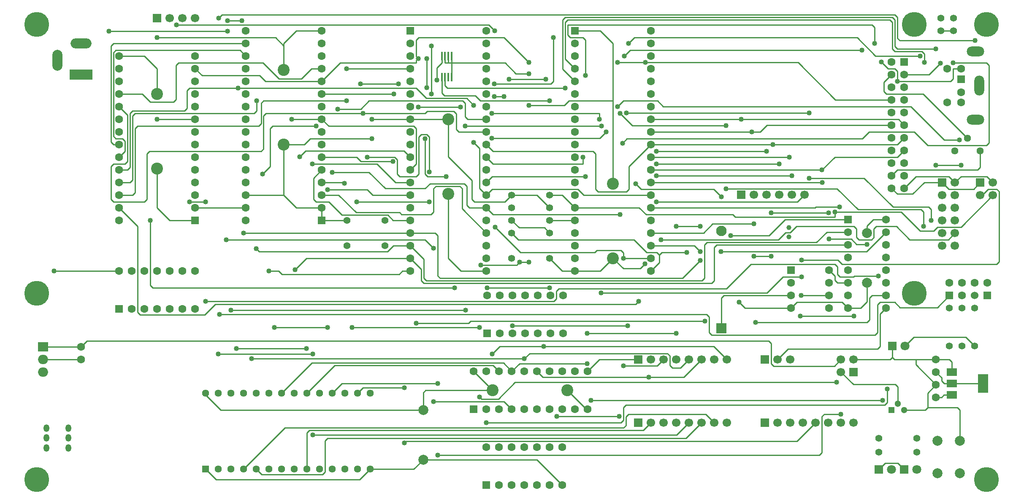
<source format=gbr>
%TF.GenerationSoftware,Novarm,DipTrace,4.3.0.4*%
%TF.CreationDate,2023-05-12T23:21:57+01:00*%
%FSLAX26Y26*%
%MOIN*%
%TF.FileFunction,Copper,L1,Top*%
%TF.Part,Single*%
%AMOUTLINE0*
4,1,28,
-0.007874,-0.028051,
-0.007874,0.028051,
-0.00774,0.02907,
-0.007347,0.03002,
-0.006721,0.030835,
-0.005906,0.031461,
-0.004956,0.031854,
-0.003937,0.031988,
0.003937,0.031988,
0.004956,0.031854,
0.005906,0.031461,
0.006721,0.030835,
0.007347,0.03002,
0.00774,0.02907,
0.007874,0.028051,
0.007874,-0.028051,
0.00774,-0.02907,
0.007347,-0.03002,
0.006721,-0.030835,
0.005906,-0.031461,
0.004956,-0.031854,
0.003937,-0.031988,
-0.003937,-0.031988,
-0.004956,-0.031854,
-0.005906,-0.031461,
-0.006721,-0.030835,
-0.007347,-0.03002,
-0.00774,-0.02907,
-0.007874,-0.028051,
0*%
%TA.AperFunction,Conductor*%
%ADD13C,0.009843*%
%TA.AperFunction,ComponentPad*%
%ADD16C,0.055118*%
%ADD17C,0.055118*%
%ADD18R,0.062992X0.062992*%
%ADD19C,0.062992*%
%ADD20R,0.066929X0.066929*%
%ADD21C,0.066929*%
%ADD22C,0.07874*%
%ADD23R,0.051181X0.051181*%
%ADD24C,0.051181*%
%ADD25C,0.066929*%
%ADD26C,0.19685*%
%ADD27C,0.062992*%
%ADD28C,0.06*%
%ADD29C,0.094488*%
%ADD30R,0.056693X0.056693*%
%ADD31C,0.056693*%
%ADD32O,0.137795X0.07874*%
%ADD33O,0.07874X0.15748*%
%ADD34O,0.047244X0.06*%
%ADD35R,0.181102X0.07874*%
%ADD36O,0.165354X0.07874*%
%ADD37O,0.07874X0.165354*%
%ADD38R,0.07874X0.075*%
%ADD39O,0.07874X0.075*%
%ADD40R,0.070866X0.070866*%
%ADD41C,0.070866*%
%ADD42R,0.082677X0.082677*%
%ADD43C,0.082677*%
%ADD44R,0.07874X0.059055*%
%ADD45R,0.07874X0.149606*%
%TA.AperFunction,ComponentPad*%
%ADD46C,0.056693*%
%ADD47C,0.03937*%
%TA.AperFunction,ViaPad*%
%ADD48C,0.04*%
%ADD114OUTLINE0*%
G75*
G01*
%LPD*%
X7643701Y1395276D2*
D13*
X7689964Y1349012D1*
Y1322835D1*
X7709649Y1303150D1*
X7768701D1*
X8016732D1*
X5093701Y2293701D2*
X4993701Y2193701D1*
X4793701D1*
X1194094Y3893701D2*
X1394094D1*
X1494094Y3793701D1*
Y3593701D1*
X2494094Y3193701D2*
Y2793701D1*
X2594094Y2693701D1*
X2794094D1*
X3793307Y3393701D2*
X3493307D1*
X3993701Y1400000D2*
X4143701Y1250000D1*
X7100000Y2493701D2*
Y2550000D1*
X7150000Y2600000D1*
X7250000D1*
X2794094Y2693701D2*
Y2593701D1*
X3594685Y1094685D2*
X3593701Y1093701D1*
X1994685D1*
X1875492Y1212894D1*
Y1225984D1*
X4593701Y2693701D2*
X4493701Y2793701D1*
X4293701D1*
X6893701Y1393701D2*
X6991413Y1295989D1*
X7324016D1*
X7343701Y1276304D1*
Y1143701D1*
X4143701Y1250000D2*
X3614374D1*
X3594685Y1230311D1*
Y1094685D1*
X1193701Y2194488D2*
X678705Y2194489D1*
X4593701Y2493701D2*
X4551378Y2536024D1*
X4351378D1*
X4293701Y2593701D1*
X4793701Y2193701D2*
X4693701D1*
X4593701Y2293701D1*
X6800394Y2199606D2*
X6846653Y2153347D1*
Y2119686D1*
X6866339Y2100000D1*
X6950000D1*
X7394094Y2848425D2*
X7487599Y2941930D1*
X7745472D1*
X7793701Y2893701D1*
X3703819Y3705197D2*
Y3801418D1*
X3741535Y3839134D1*
Y3893701D1*
X7643701Y1195276D2*
X7689964D1*
X7707287Y1212598D1*
X7768701D1*
X2194094Y2693701D2*
X1879724D1*
X1794094D1*
X2194094Y2793701D2*
X2494094D1*
X6341307Y2654453D2*
X6796811D1*
X6206496Y2311500D2*
X6341307D1*
X4100000Y2061343D2*
X4593701D1*
X5093701Y2293701D2*
X5175394Y2212008D1*
X5307748D1*
X5347437Y2251697D1*
X7678539Y3837075D2*
X7589890Y3748425D1*
X7394094D1*
X2794094Y2593701D2*
X2993701D1*
X2494094Y3193701D2*
X2656866D1*
X2703126Y3239961D1*
X3188130D1*
X3493307Y3393701D2*
X3188130D1*
X7683465Y4093701D2*
X7783465D1*
X6800394Y2446264D2*
X6975528D1*
X7016988Y2404804D1*
X7100000D1*
X5393701Y2493701D2*
X5808098D1*
X5880027Y2565630D1*
X6206496D1*
X4293701Y2793701D2*
X4239961Y2739961D1*
X3999520D1*
X3979835Y2759646D1*
Y2910370D1*
X3793307Y3096898D1*
Y3393701D1*
X7793701Y2893701D2*
X7841930Y2941930D1*
X8045472D1*
X8093701Y2893701D1*
X593701Y1593701D2*
X801657D1*
X893701D1*
X939965Y1639965D1*
X6322244D1*
X6341929Y1620280D1*
Y1461615D1*
X6361614Y1441930D1*
X6841930D1*
X6893701Y1493701D1*
X5128464Y3843859D2*
X5350327D1*
X1794094Y3793701D2*
X1847835Y3739961D1*
X2302992D1*
X2349252Y3693701D1*
X2794094D1*
X3624177Y3874725D2*
Y3644252D1*
X5350327Y3843859D2*
X6554433D1*
X6849866Y3548425D1*
X7294094D1*
X3554649Y3874725D2*
X3539571Y3889803D1*
Y4020276D1*
X3559256Y4039961D1*
X4231662D1*
X4427764Y3843859D1*
X2794094Y3693701D2*
X2940354Y3839961D1*
X3539571D1*
Y3859647D1*
X3554649Y3874725D1*
X2583835Y2203229D2*
X2674307Y2293701D1*
X3493307D1*
X3579209Y2207799D1*
Y2115792D1*
X3598894Y2096107D1*
X5872913D1*
X5892598Y2115792D1*
Y2380316D1*
X5912283Y2400000D1*
X6950000D1*
X2375492Y2193701D2*
X2452866D1*
X2478102Y2168465D1*
X3404992D1*
X3430228Y2193701D1*
X3493307D1*
X3032382Y1746264D2*
X4038661D1*
X2973051Y2886918D2*
X2966268Y2893701D1*
X2794094D1*
X3927756Y1885319D2*
X2075492D1*
X2794094Y2793701D2*
X2926468D1*
X3064460Y2655709D1*
X3407756D1*
X3423504Y2639961D1*
X3656228D1*
X3675913Y2659646D1*
Y2845477D1*
X3695598Y2865162D1*
X3881409D1*
X3901094Y2845477D1*
Y2685914D1*
X4093307Y2493701D1*
X1975492Y1535477D2*
X2722890D1*
X2040728Y2439961D2*
X3609968D1*
X3675909Y2374020D1*
Y1161343D2*
X4232358D1*
X4293701Y1100000D1*
X5393701Y993701D2*
X5332426Y932426D1*
X2695177D1*
X2675492Y912740D1*
Y625984D1*
X3658941Y3974725D2*
Y3594410D1*
X2794094Y3593701D2*
X3363232D1*
X4621161Y4039961D2*
Y3694410D1*
X4601476Y3674725D1*
X4154649D1*
X3493307Y3093701D2*
X3442752Y3144256D1*
X2665255D1*
X2618598Y3097599D1*
X5004008Y3339961D2*
X3924842D1*
X2794094Y3393701D2*
X2847835Y3339961D1*
X3519886D1*
X3539571Y3320276D1*
Y3039965D1*
X3493307Y2993701D1*
X2556102Y3393697D2*
X2794094Y3393701D1*
X2723527Y897662D2*
X5597662D1*
X5693701Y993701D1*
X2718602Y3039965D2*
X3228130D1*
X3374394Y2893701D1*
X3493307D1*
X2275492Y625984D2*
X2318602Y582875D1*
X2798917D1*
X2818602Y602560D1*
Y849016D1*
X2838287Y868701D1*
X5668701D1*
X5793701Y993701D1*
X2840354Y2837075D2*
X3154209D1*
X3197583Y2793701D1*
X3493307D1*
X2840354Y1748485D2*
X2418602D1*
X2175492Y625984D2*
X2501618Y952111D1*
X5175949D1*
X5195634Y971796D1*
Y1041930D1*
X5215319Y1061615D1*
X5825787D1*
X5893701Y993701D1*
X2750720Y3339961D2*
X2405503D1*
X2385818Y3320276D1*
Y3021480D1*
X2325335Y2960997D1*
X2794094Y3093701D2*
X3067736D1*
X3101787Y3059650D1*
X3355712D1*
X2794094Y2993701D2*
X2728146Y2927752D1*
Y2759646D1*
X2747831Y2739961D1*
X2848787D1*
X2952724Y2636024D1*
X3314866D1*
X3357189Y2593701D1*
X3493307D1*
X3539571Y1781028D2*
X3954074D1*
X3970960Y1797914D1*
X5817964D1*
X2118602Y1579528D2*
X2673047D1*
X5782614Y2276737D2*
X5641354Y2135477D1*
X3730358D1*
X3710673Y2155162D1*
Y2474016D1*
X3690988Y2493701D1*
X3493307D1*
X6021181Y2474138D2*
X6325358D1*
X6451221Y2600000D1*
X6950000D1*
X3493307Y2493701D2*
X2175492D1*
X2275492Y2371378D2*
X2298720Y2348150D1*
X3313252D1*
X3358803Y2393701D1*
X3493307D1*
X3598894Y2288114D1*
Y2135477D1*
X3618579Y2115792D1*
X5797693D1*
X5817378Y2135477D1*
Y2400004D1*
X5837063Y2419689D1*
X6700932D1*
X6781244Y2500000D1*
X6950000D1*
X1980819Y4193701D2*
X2005819Y4218701D1*
X7320275D1*
X7339960Y4199016D1*
Y4035120D1*
X7359646Y4015434D1*
X7953000D1*
X1986279Y1850556D2*
X5833043D1*
X5852728Y1830871D1*
Y1705390D1*
X5872413Y1685705D1*
X7164370D1*
X7184055Y1705390D1*
Y1926579D1*
X7203740Y1946264D1*
X7319091D1*
X7360827Y1904528D1*
X7654528D1*
X7750000Y2000000D1*
X1875118Y1953741D2*
X4626579D1*
X4646264Y1973426D1*
Y2034371D1*
X4665949Y2054056D1*
X5990153D1*
X6181964Y2245867D1*
X6846653D1*
X6866338Y2226182D1*
Y2165949D1*
X6886023Y2146264D1*
X6992323D1*
X7000193Y2154134D1*
X7188897D1*
X1750720Y2739961D2*
X1875118D1*
X5437075D2*
X6549606D1*
X6606496Y2796850D1*
X5393701Y3393701D2*
X6104882D1*
X2794094Y3793701D2*
X2713599D1*
X2633284Y3713386D1*
X2454858D1*
X2328283Y3839961D1*
X1662094D1*
X1642409Y3820276D1*
Y3551378D1*
X1622724Y3531693D1*
X1439677D1*
X1377669Y3593701D1*
X1194094D1*
X4093307Y3393701D2*
X3944527D1*
X3924842Y3413386D1*
Y3520276D1*
X3905157Y3539961D1*
X3166295D1*
X3101059Y3474725D1*
X2918602D1*
X4136681Y3439961D2*
X4986468D1*
Y3393701D1*
X6104882D2*
X7013790D1*
X7014775Y3394686D1*
X7347834D1*
X7394094Y3348425D1*
X5393701Y3293701D2*
X6189488D1*
X4093307D2*
X3875000D1*
X3855315Y3313386D1*
Y3436028D1*
X3835630Y3455713D1*
X3626338D1*
X3610586Y3439961D1*
X3118602D1*
X4136681Y3244252D2*
X4989803D1*
X5039252Y3293701D1*
X6189488D2*
X6254728D1*
X6309453Y3348425D1*
X7294094D1*
X3118602Y3439961D2*
X2353854D1*
X2334169Y3420276D1*
Y3159646D1*
X2314484Y3139961D1*
X1431107D1*
X1411422Y3120276D1*
Y2759647D1*
X1391736Y2739961D1*
X1147831D1*
X1128146Y2759646D1*
Y3020276D1*
X1147831Y3039961D1*
X1240354D1*
X1260039Y3059646D1*
Y3427756D1*
X1194094Y3493701D1*
X4093307Y3193701D2*
X4147047Y3139961D1*
X4935831D1*
X4955516Y3120276D1*
Y2839965D1*
X4975201Y2820280D1*
X5199169D1*
X5218854Y2839965D1*
Y3018854D1*
X5393701Y3193701D1*
X3776531Y2939961D2*
X3628783D1*
X3609098Y2959646D1*
Y3239961D1*
X3098917Y3674729D2*
X3397996D1*
X6354724Y3193701D2*
X6634672D1*
X6635657Y3194686D1*
X7340355D1*
X7394094Y3248425D1*
X5393701Y3193701D2*
X6354724D1*
X5393701Y3093701D2*
X6485197D1*
X2050346Y4090123D2*
X1113067D1*
X2162909Y4174725D2*
X2050346D1*
X4093307Y3093701D2*
X4147047Y3039961D1*
X4855039D1*
Y3093701D1*
X2194094Y3993701D2*
X1147835D1*
X1128146Y3974012D1*
Y3213386D1*
X1147831Y3193701D1*
X1194094D1*
X3643862Y2978623D2*
Y3255040D1*
X3624177Y3274725D1*
X3578941D1*
X3559256Y3255040D1*
Y2959646D1*
X3539571Y2939961D1*
X3410161D1*
X3390476Y2959646D1*
Y3074729D1*
X3370791Y3094414D1*
X3153366D1*
X5393701Y2993701D2*
X6743543D1*
X3447051Y1269095D2*
X3118602D1*
X3075492Y1225984D1*
X6693701Y993701D2*
X6546264Y846264D1*
X3459377D1*
X3447051Y833938D1*
X6743543Y2993701D2*
X6844528Y3094686D1*
X7340355D1*
X7394094Y3148425D1*
X2194094Y3893701D2*
X2147835Y3939961D1*
X1167516D1*
X1147831Y3920276D1*
Y3259646D1*
X1167516Y3239961D1*
X1220669D1*
X1240354Y3220276D1*
Y3139960D1*
X1194094Y3093701D1*
X4093307Y2893701D2*
X4139567Y2939961D1*
X4874724D1*
X5393701Y2893701D2*
X6745476D1*
X3070791Y2739961D2*
X3641149D1*
X3992598Y3505197D2*
X3938149Y3559646D1*
X3619890D1*
X3539571Y3639965D1*
X2133071D1*
X3710673Y1303859D2*
X2953366D1*
X2875492Y1225984D1*
X3992598Y3209489D2*
X4038890Y3163197D1*
Y2848118D1*
X4093307Y2793701D1*
X6893701Y1061930D2*
X6761614D1*
X6741929Y1042245D1*
Y755434D1*
X6722244Y735749D1*
X3710673D1*
X2133071Y3639965D2*
X1747831D1*
X1728146Y3620280D1*
Y3479332D1*
X1708460Y3459646D1*
X1299409D1*
X1279724Y3439961D1*
Y3013386D1*
X1260039Y2993701D1*
X1194094D1*
X4093307Y2793701D2*
X4139567Y2839961D1*
X4816830D1*
X4863090Y2793701D1*
X5393701D1*
X2279720Y3539961D2*
Y3459646D1*
X2260035Y3439961D1*
X1319094D1*
X1299409Y3420276D1*
Y2913386D1*
X1279724Y2893701D1*
X1194094D1*
X5148787Y2639961D2*
X4147047D1*
X4093307Y2693701D1*
X5393701D2*
X6689169D1*
X6694559Y2699091D1*
X6881417D1*
X4093307Y2693701D2*
X3960149D1*
X3940464Y2713386D1*
Y2865162D1*
X3920779Y2884847D1*
X3648468D1*
X3609102Y2845481D1*
X3294716D1*
X3165472Y2974725D1*
X2875118D1*
X2494094Y3784252D2*
Y3974015D1*
Y3993701D1*
X2594094Y4093701D1*
X2794094D1*
X3175492Y625984D2*
X3519685D1*
X3594685Y700984D1*
X1494094Y3003150D2*
Y2693701D1*
X1594094Y2593701D1*
X1794094D1*
X4734252Y1250000D2*
X4884252Y1100000D1*
X4893701D1*
X3793307Y2803150D2*
Y2293701D1*
X3893307Y2193701D1*
X4093307D1*
X5093701Y2884252D2*
Y3539961D1*
Y3993701D1*
X4993701Y4093701D1*
X4793701D1*
X7100000Y2100000D2*
Y1950000D1*
X7050000Y1900000D1*
X6950000D1*
X3818307Y3727362D2*
Y3839961D1*
X3792716D1*
X3767126D1*
Y3893701D1*
X4693701Y500000D2*
X4492717Y700984D1*
X3594685D1*
X2494094Y3974015D2*
X2428149Y4039961D1*
X1493701D1*
X7832283Y849606D2*
Y1093704D1*
X7812598Y1113390D1*
X7577756D1*
X7558067Y1093701D1*
X7393701D1*
X4893701Y1400000D2*
X4987402Y1493701D1*
X5293701D1*
X7213071Y3848426D2*
X7266811Y3794686D1*
X7320672D1*
X7340358Y3775000D1*
Y3694686D1*
X5093701Y3539961D2*
X4745134D1*
X4710370Y3505197D1*
X4427764D1*
X7993701Y2893701D2*
X7941930Y2841930D1*
X7745472D1*
X7693701Y2893701D1*
X7768701Y1393701D2*
Y1474016D1*
X7749016Y1493701D1*
X7643701D1*
X3792716Y3839961D2*
X3792717Y3893701D1*
X6089689Y1945867D2*
X6135949Y1899606D1*
X6500394D1*
X1875492Y625984D2*
X1957973Y543504D1*
X3093011D1*
X3175492Y625984D1*
X6993701Y1493701D2*
X7283271D1*
X7300000Y1510429D1*
Y1600000D1*
X1494090Y3393701D2*
X1794094D1*
X7393701Y624606D2*
X7343500Y674808D1*
X7243902D1*
X7193701Y624606D1*
X5950000Y2779646D2*
X5889685Y2839961D1*
X5317594D1*
X5273303Y2884252D1*
X7643701Y1493701D2*
X7484661D1*
Y1452740D1*
X7643701Y1293701D1*
X4427764Y2263229D2*
X4355712D1*
X4427764Y3755040D2*
X4326444D1*
X4241523Y3839961D1*
X3818307D1*
X7340358Y3694686D2*
X7760043D1*
X7779728Y3714371D1*
Y3793701D1*
X7843701D1*
X7693701Y2893701D2*
X7551149D1*
X7459614Y2802166D1*
X7340354D1*
X7294094Y2848425D1*
X7643701Y1293701D2*
X7577756Y1227756D1*
Y1113390D1*
X7300000Y1510429D2*
X7316729Y1493701D1*
X7484661D1*
X593701D2*
Y1495276D1*
X893701D1*
X6500394Y1899606D2*
X6547051Y1946264D1*
X6903736D1*
X6950000Y1900000D1*
X4355712Y2263229D2*
X4336027Y2243544D1*
Y2239961D1*
X4049933D1*
X3818307Y3839961D2*
Y3893701D1*
X4717287Y3639961D2*
X3786811D1*
X3767126Y3659646D1*
Y3727362D1*
X6581417Y2145867D2*
X6434449D1*
X6307874Y2019292D1*
X4998575D1*
X6800394Y1999606D2*
X6579649Y1999607D1*
X6581417Y2280630D2*
X6868839D1*
X6903205Y2246264D1*
X8122244D1*
X8141929Y2265949D1*
Y2822245D1*
X8122244Y2841930D1*
X8056693D1*
X8008464Y2793701D1*
X7993701D1*
X4793701Y2593701D2*
X4593701D1*
Y2793701D2*
X4693701D1*
X4793701Y2693701D1*
X4593701Y3539961D2*
X4047047D1*
X4007677Y3579331D1*
X3761220D1*
X3741535Y3599015D1*
Y3727362D1*
X6846653Y2659721D2*
X7370559D1*
X7519571Y2510709D1*
X7625255D1*
X7656476Y2541930D1*
X7841930D1*
X8093701Y2793701D1*
X4793701Y2693701D2*
X5300882D1*
X5354622Y2639961D1*
X6038960D1*
X6059232Y2619689D1*
X6846653D1*
Y2659721D1*
X4039964Y1196107D2*
X4055043Y1181028D1*
X4188839D1*
X4319819Y1312008D1*
X6858937D1*
X6219964Y1788430D2*
X7100000D1*
X7119685Y1808115D1*
Y1980316D1*
X7139370Y2000000D1*
X7250000D1*
Y1900000D2*
X7203740Y1853740D1*
Y1595753D1*
X7184054Y1576067D1*
X6476067D1*
X6393701Y1493701D1*
X6573976Y1838268D2*
X6996260D1*
X4093701Y995000D2*
X5156263D1*
X5175949Y1014686D1*
Y1114375D1*
X5195634Y1134060D1*
X7238740D1*
X7258425Y1153745D1*
Y1261225D1*
X5437075Y3139961D2*
X6306496D1*
X5437075Y3039961D2*
X6406496D1*
X5950000Y1741808D2*
Y1979917D1*
X5969689Y1999606D1*
X6500394D1*
X7400000Y1600000D2*
X7469882Y1669882D1*
X7880118D1*
X7950000Y1600000D1*
X7993701Y3143701D2*
Y3014371D1*
X7974015Y2994686D1*
X7340355D1*
X7294094Y2948425D1*
X7893701Y3243701D2*
X7542716Y3594686D1*
X7252441D1*
X7232756Y3614371D1*
Y3687087D1*
X7294094Y3748425D1*
X5471838Y2439375D2*
X6398823D1*
X6456496Y2497048D1*
X6492516D1*
X6541732Y2546264D1*
X6996260D1*
X7015945Y2526579D1*
Y2459252D1*
X7035630Y2439567D1*
X7134449D1*
X7154134Y2459252D1*
Y2526579D1*
X7173819Y2546264D1*
X7331914D1*
X7436248Y2441930D1*
X7741930D1*
X7793701Y2493701D1*
X7518366Y3894686D2*
X7167043D1*
X7021768Y4039961D1*
X5263138D1*
X5216878Y3993701D1*
X7059642Y3939961D2*
X5228378D1*
X5182118Y3893701D1*
X7553130Y3844843D2*
Y3909764D1*
X7533445Y3929449D1*
X7320275D1*
X7300590Y3949134D1*
Y4159646D1*
X7280905Y4179331D1*
X4736976D1*
X4717291Y4159646D1*
Y3870110D1*
X4793701Y3793701D1*
X7642342Y3949134D2*
X7339960D1*
X7320275Y3968819D1*
Y4179331D1*
X7300590Y4199016D1*
X4717287D1*
X4697602Y4179331D1*
Y3789799D1*
X4793701Y3693701D1*
X7841929Y3029449D2*
X7642342D1*
X6643862Y3443544D2*
X5197996D1*
X7606102Y2593701D2*
Y2679406D1*
X7586417Y2699091D1*
X7305838D1*
X7076464Y2928465D1*
X6643862D1*
X7828468Y3229449D2*
X7711016D1*
X7445779Y3494686D1*
X5490259D1*
X5444984Y3539961D1*
X5174724D1*
X5128464Y3493701D1*
X5984764Y3343544D2*
X5244566D1*
X5148149Y3439961D1*
X7544649Y2545473D2*
Y2659721D1*
X7524964Y2679406D1*
X7029842D1*
X6864165Y2845083D1*
X5984764D1*
X4300000Y1761343D2*
X5210712D1*
X4271386Y3709489D2*
X4562335D1*
X4874724Y3739961D2*
Y4020276D1*
X4855039Y4039961D1*
X4756661D1*
X4736976Y4059646D1*
Y4139961D1*
X7138303D1*
X7157988Y4120276D1*
Y3994410D1*
X7779728Y3839961D2*
X8041539D1*
X8061224Y3820276D1*
Y3206497D1*
X8041539Y3186812D1*
X7580114D1*
X7472240Y3294686D1*
X7117126D1*
X7062401Y3239961D1*
X5202599D1*
X5167835Y3205197D1*
X4193701Y1400000D2*
X4147437Y1446264D1*
X2895771D1*
X2675492Y1225984D1*
X5175949Y1443268D2*
X5443268D1*
X5493701Y1493701D1*
X4650327Y1044839D2*
X5141185D1*
X3843397Y2061343D2*
X1459645D1*
X1439960Y2081028D1*
Y2593701D1*
X4163862Y2539961D2*
X4363862Y2339961D1*
X4950468D1*
X4966216Y2355709D1*
X5156264D1*
X5175949Y2336024D1*
Y2293701D1*
X5393701D1*
X5437075Y2946260D2*
X6506496D1*
X4919016Y1168823D2*
X7223661D1*
X5947047Y2346264D2*
X7096264D1*
X7250000Y2500000D1*
X5782614Y2346264D2*
X5735177Y2393701D1*
X5393701D1*
X4293701Y2493701D2*
X4347441Y2439961D1*
X5260102D1*
X5360102Y2339961D1*
X5439961D1*
X5459646Y2320276D1*
X5479331Y2339961D1*
X5676693D1*
X5459646Y2320276D2*
Y2259646D1*
X5393701Y2193701D1*
X3493307Y3793701D2*
X2988130D1*
Y3539961D2*
X2334169D1*
X2314484Y3520276D1*
Y3359646D1*
X2294799Y3339961D1*
X1338779D1*
X1319094Y3320276D1*
Y2813386D1*
X1299409Y2793701D1*
X1194094D1*
X3890079Y3490477D2*
X3554649D1*
X4233390Y3574725D2*
X4154649D1*
X2475492Y1225984D2*
X2715456Y1465949D1*
X4227752D1*
X4293701Y1400000D1*
X5593701Y1700670D2*
X4890618D1*
X5593701Y2547445D2*
X5782614D1*
X4293701Y1400000D2*
X4355043Y1461343D1*
X4890618D1*
X4139964Y1535477D2*
X4200865Y1596378D1*
X4546264D1*
X4159571Y4093701D2*
X4113311Y4139961D1*
X1647020D1*
X4546264Y1596378D2*
X5891024D1*
X5993701Y1493701D1*
X5693701D2*
X5625784Y1425784D1*
X5561614D1*
X5541929Y1445469D1*
Y1522245D1*
X5522244Y1541930D1*
X4434918D1*
X4393701Y1500713D1*
X2240354D1*
X5295315Y1954060D2*
X5272661Y1931406D1*
X1951472D1*
X1868295Y1848229D1*
X1359645D1*
X1339960Y1867914D1*
Y2547835D1*
X1194094Y2693701D1*
X4493701Y1400000D2*
X4539960Y1353741D1*
X5376693D1*
X5653741D1*
X5793701Y1493701D1*
D48*
X678705Y2194489D3*
X3703819Y3705197D3*
X6796811Y2654453D3*
X6341307D3*
Y2311500D3*
X6206496D3*
X4593701Y2061343D3*
X4100000D3*
X5347437Y2251697D3*
X7678539Y3837075D3*
X3188130Y3239961D3*
Y3393701D3*
X7100000Y2404804D3*
X6206496Y2565630D3*
X6800394Y2446264D3*
X3624177Y3644252D3*
Y3874725D3*
X3554649D3*
X5128464Y3843859D3*
X5350327D3*
X4427764D3*
X2583835Y2203229D3*
X2375492Y2193701D3*
X4038661Y1746264D3*
X2973051Y2886918D3*
X3032382Y1746264D3*
X2075492Y1885319D3*
X3927756D3*
X2722890Y1535477D3*
X1975492D3*
X3675909Y2374020D3*
X2040728Y2439961D3*
X3675909Y1161343D3*
X3658941Y3594410D3*
Y3974725D3*
X3363232Y3593701D3*
X4154649Y3674725D3*
X4621161Y4039961D3*
X2618598Y3097599D3*
X3924842Y3339961D3*
X5004008D3*
X2556102Y3393697D3*
X2723527Y897662D3*
X2718602Y3039965D3*
X2418602Y1748485D3*
X2840354D3*
Y2837075D3*
X2325335Y2960997D3*
X2750720Y3339961D3*
X3355712Y3059650D3*
X5817964Y1797914D3*
X3539571Y1781028D3*
X2673047Y1579528D3*
X2118602D3*
X2175492Y2493701D3*
X6021181Y2474138D3*
X5782614Y2276737D3*
X2275492Y2371378D3*
X7953000Y4015434D3*
X1980819Y4193701D3*
X1986279Y1850556D3*
X7188897Y2154134D3*
X1875118Y1953741D3*
Y2739961D3*
X1750720D3*
X5437075D3*
X6104882Y3393701D3*
X4986468D3*
X4136681Y3439961D3*
X2918602Y3474725D3*
X6189488Y3293701D3*
X5039252D3*
X4136681Y3244252D3*
X3118602Y3439961D3*
X6354724Y3193701D3*
X3609098Y3239961D3*
X3397996Y3674729D3*
X3098917D3*
X3776531Y2939961D3*
X6485197Y3093701D3*
X1113067Y4090123D3*
X2050346D3*
Y4174725D3*
X2162909D3*
X4855039Y3093701D3*
X3153366Y3094414D3*
X3643862Y2978623D3*
X3447051Y1269095D3*
X6743543Y2993701D3*
X3447051Y833938D3*
X4874724Y2939961D3*
X3641149Y2739961D3*
X3070791D3*
X6745476Y2893701D3*
X2133071Y3639965D3*
X3710673Y735749D3*
X6893701Y1061930D3*
X3992598Y3505197D3*
Y3209489D3*
X3710673Y1303859D3*
X6881417Y2699091D3*
X5148787Y2639961D3*
X2279720Y3539961D3*
X2875118Y2974725D3*
X4427764Y3505197D3*
X7340358Y3694686D3*
X5273303Y2884252D3*
X5950000Y2779646D3*
X7213071Y3848426D3*
X6089689Y1945867D3*
X4355712Y2263229D3*
X4049933Y2239961D3*
X4427764Y2263229D3*
Y3755040D3*
X1493701Y4039961D3*
X1494090Y3393701D3*
X4717287Y3639961D3*
X4998575Y2019292D3*
X6581417Y2145867D3*
Y2280630D3*
X6579649Y1999607D3*
X4593701Y3539961D3*
X6846653Y2659721D3*
X6858937Y1312008D3*
X4039964Y1196107D3*
X6219964Y1788430D3*
X6996260Y1838268D3*
X6573976D3*
X7258425Y1261225D3*
X4093701Y995000D3*
X6306496Y3139961D3*
X5437075D3*
X6406496Y3039961D3*
X5437075D3*
X5471838Y2439375D3*
X5216878Y3993701D3*
X7518366Y3894686D3*
X5182118Y3893701D3*
X7059642Y3939961D3*
X7553130Y3844843D3*
X7642342Y3949134D3*
Y3029449D3*
X7841929D3*
X5197996Y3443544D3*
X6643862D3*
Y2928465D3*
X7606102Y2593701D3*
X5128464Y3493701D3*
X7828468Y3229449D3*
X5148149Y3439961D3*
X5984764Y3343544D3*
Y2845083D3*
X7544649Y2545473D3*
X5210712Y1761343D3*
X4300000D3*
X4562335Y3709489D3*
X4271386D3*
X7157988Y3994410D3*
X4874724Y3739961D3*
X5167835Y3205197D3*
X7779728Y3839961D3*
X5175949Y1443268D3*
X5141185Y1044839D3*
X4650327D3*
X1439960Y2593701D3*
X3843397Y2061343D3*
X5175949Y2293701D3*
X4163862Y2539961D3*
X6506496Y2946260D3*
X5437075D3*
X7223661Y1168823D3*
X4919016D3*
X5947047Y2346264D3*
X5782614D3*
X5676693Y2339961D3*
X2988130Y3793701D3*
Y3539961D3*
X3554649Y3490477D3*
X3890079D3*
X4154649Y3574725D3*
X4233390D3*
X4890618Y1461343D3*
Y1700670D3*
X5593701D3*
X5782614Y2547445D3*
X5593701D3*
X4546264Y1596378D3*
X1647020Y4139961D3*
X4159571Y4093701D3*
X4139964Y1535477D3*
X2240354Y1500713D3*
X4393701D3*
X5295315Y1954060D3*
X5376693Y1353741D3*
D16*
X7950000Y1600000D3*
D17*
Y1900000D3*
D18*
X1193701Y1894488D3*
D19*
X1293701D3*
X1393701D3*
X1493701D3*
X1593701D3*
X1693701D3*
X1793701D3*
Y2194488D3*
X1693701D3*
X1593701D3*
X1493701D3*
X1393701D3*
X1293701D3*
X1193701D3*
D18*
X2794094Y2593701D3*
D19*
Y2693701D3*
Y2793701D3*
Y2893701D3*
Y2993701D3*
Y3093701D3*
Y3193701D3*
Y3293701D3*
Y3393701D3*
Y3493701D3*
Y3593701D3*
Y3693701D3*
Y3793701D3*
Y3893701D3*
Y3993701D3*
Y4093701D3*
X2194094D3*
Y3993701D3*
Y3893701D3*
Y3793701D3*
Y3693701D3*
Y3593701D3*
Y3493701D3*
Y3393701D3*
Y3293701D3*
Y3193701D3*
Y3093701D3*
Y2993701D3*
Y2893701D3*
Y2793701D3*
Y2693701D3*
Y2593701D3*
D16*
X4593701D3*
D17*
X4293701D3*
D18*
X4793701Y4093701D3*
D19*
Y3993701D3*
Y3893701D3*
Y3793701D3*
Y3693701D3*
Y3593701D3*
Y3493701D3*
Y3393701D3*
Y3293701D3*
Y3193701D3*
Y3093701D3*
Y2993701D3*
Y2893701D3*
Y2793701D3*
Y2693701D3*
Y2593701D3*
Y2493701D3*
Y2393701D3*
Y2293701D3*
Y2193701D3*
X5393701D3*
Y2293701D3*
Y2393701D3*
Y2493701D3*
Y2593701D3*
Y2693701D3*
Y2793701D3*
Y2893701D3*
Y2993701D3*
Y3093701D3*
Y3193701D3*
Y3293701D3*
Y3393701D3*
Y3493701D3*
Y3593701D3*
Y3693701D3*
Y3793701D3*
Y3893701D3*
Y3993701D3*
Y4093701D3*
D20*
X6293701Y993701D3*
D21*
X6393701D3*
X6493701D3*
X6593701D3*
X6693701D3*
X6793701D3*
X6893701D3*
X6993701D3*
D20*
X6293701Y1493701D3*
D21*
X6393701D3*
X6493701D3*
D22*
X7655118Y593701D3*
Y849606D3*
X7832283Y593701D3*
Y849606D3*
D20*
X6993701Y1393701D3*
D21*
X6893701D3*
X6993701Y1493701D3*
X6893701D3*
D23*
X7293701Y1093701D3*
D24*
X7343701Y1143701D3*
X7393701Y1093701D3*
D22*
X7100000Y2100000D3*
Y2493701D3*
D20*
X7693701Y2893701D3*
D21*
X7793701D3*
X7693701Y2793701D3*
X7793701D3*
X7693701Y2693701D3*
X7793701D3*
X7693701Y2593701D3*
X7793701D3*
X7693701Y2493701D3*
X7793701D3*
X7693701Y2393701D3*
X7793701D3*
D20*
X6106496Y2796850D3*
D25*
X6206496D3*
X6306496D3*
X6406496D3*
X6506496D3*
X6606496D3*
D26*
X543701Y4143701D3*
Y2017717D3*
X7472835Y4143701D3*
Y2017717D3*
D18*
X7394094Y3848425D3*
D27*
X7294094D3*
X7394094Y3748425D3*
X7294094D3*
X7394094Y3648425D3*
X7294094D3*
X7394094Y3548425D3*
X7294094D3*
X7394094Y3448425D3*
X7294094D3*
X7394094Y3348425D3*
X7294094D3*
X7394094Y3248425D3*
X7294094D3*
X7394094Y3148425D3*
X7294094D3*
X7394094Y3048425D3*
X7294094D3*
X7394094Y2948425D3*
X7294094D3*
X7394094Y2848425D3*
X7294094D3*
D20*
X5293701Y1493701D3*
D21*
X5393701D3*
X5493701D3*
X5593701D3*
X5693701D3*
X5793701D3*
X5893701D3*
X5993701D3*
D18*
X7750000Y2000000D3*
D27*
X7850000D3*
D28*
X7950000D3*
D18*
X8050000D3*
D27*
Y2100000D3*
X7950000D3*
X7850000D3*
X7750000D3*
D18*
X3493307Y4093701D3*
D19*
Y3993701D3*
Y3893701D3*
Y3793701D3*
Y3693701D3*
Y3593701D3*
Y3493701D3*
Y3393701D3*
Y3293701D3*
Y3193701D3*
Y3093701D3*
Y2993701D3*
Y2893701D3*
Y2793701D3*
Y2693701D3*
Y2593701D3*
Y2493701D3*
Y2393701D3*
Y2293701D3*
Y2193701D3*
X4093307D3*
Y2293701D3*
Y2393701D3*
Y2493701D3*
Y2593701D3*
Y2693701D3*
Y2793701D3*
Y2893701D3*
Y2993701D3*
Y3093701D3*
Y3193701D3*
Y3293701D3*
Y3393701D3*
Y3493701D3*
Y3593701D3*
Y3693701D3*
Y3793701D3*
Y3893701D3*
Y3993701D3*
Y4093701D3*
D16*
X2993701Y2593701D3*
D17*
X3293701D3*
D16*
X7850000Y1900000D3*
D17*
Y1600000D3*
D29*
X2494094Y3193701D3*
Y3784252D3*
X4143701Y1250000D3*
X4734252D3*
D18*
X4100000Y1700000D3*
D19*
X4200000D3*
X4300000D3*
X4400000D3*
X4500000D3*
X4600000D3*
X4700000D3*
Y2000000D3*
X4600000D3*
X4500000D3*
X4400000D3*
X4300000D3*
X4200000D3*
X4100000D3*
D16*
X7193701Y871654D3*
D17*
X7493701D3*
D16*
X7683465Y4193701D3*
D17*
Y4093701D3*
D30*
X1875492Y625984D3*
D31*
X1975492D3*
X2075492D3*
X2175492D3*
X2275492D3*
X2375492D3*
X2475492D3*
X2575492D3*
X2675492D3*
X2775492D3*
X2875492D3*
X2975492D3*
X3075492D3*
X3175492D3*
Y1225984D3*
X3075492D3*
X2975492D3*
X2875492D3*
X2775492D3*
X2675492D3*
X2575492D3*
X2475492D3*
X2375492D3*
X2275492D3*
X2175492D3*
X2075492D3*
X1975492D3*
X1875492D3*
D18*
X4093701Y500000D3*
D19*
X4193701D3*
X4293701D3*
X4393701D3*
X4493701D3*
X4593701D3*
X4693701D3*
Y800000D3*
X4593701D3*
X4493701D3*
X4393701D3*
X4293701D3*
X4193701D3*
X4093701D3*
D18*
X7843701Y3711024D3*
D27*
Y3608661D3*
Y3793701D3*
Y3525984D3*
X7733465Y3793701D3*
Y3525984D3*
D32*
X7955906Y3390157D3*
D33*
X7987402Y3659843D3*
D32*
X7955906Y3929528D3*
D16*
X7783465Y4193701D3*
D17*
Y4093701D3*
D16*
X4593701Y2793701D3*
D17*
X4293701D3*
D26*
X543701Y543701D3*
D29*
X1494094Y3593701D3*
Y3003150D3*
D20*
X1493701Y4193701D3*
D21*
X1593701D3*
X1693701D3*
X1793701D3*
D20*
X5293701Y993701D3*
D21*
X5393701D3*
X5493701D3*
X5593701D3*
X5693701D3*
X5793701D3*
X5893701D3*
X5993701D3*
D34*
X620472Y872441D3*
X793701D3*
X620472Y951181D3*
Y793701D3*
X793701Y951181D3*
Y793701D3*
D35*
X893701Y3745669D3*
D36*
Y3993701D3*
D37*
X704724Y3859843D3*
D38*
X593701Y1593701D3*
D39*
Y1493701D3*
Y1393701D3*
D27*
X7643701Y1195276D3*
Y1293701D3*
D40*
X7300000Y1600000D3*
D41*
X7400000D3*
D16*
X7493701Y760236D3*
D17*
X7193701D3*
D114*
X3741535Y3727362D3*
X3767126D3*
X3792717D3*
X3818307D3*
Y3893701D3*
X3792717D3*
X3767126D3*
X3741535D3*
D16*
X4593701Y2293701D3*
D17*
X4293701D3*
D16*
X4593701Y2493701D3*
D17*
X4293701D3*
D42*
X5950000Y1741808D3*
D43*
Y2509525D3*
D18*
X6500394Y2199606D3*
D19*
Y2099606D3*
Y1999606D3*
Y1899606D3*
X6800394D3*
Y1999606D3*
Y2099606D3*
Y2199606D3*
D44*
X7768701Y1393701D3*
Y1303150D3*
D45*
X8016732D3*
D44*
X7768701Y1212598D3*
D27*
X893701Y1593701D3*
Y1495276D3*
D18*
X3993701Y1100000D3*
D19*
X4093701D3*
X4193701D3*
X4293701D3*
X4393701D3*
X4493701D3*
X4593701D3*
X4693701D3*
X4793701D3*
X4893701D3*
Y1400000D3*
X4793701D3*
X4693701D3*
X4593701D3*
X4493701D3*
X4393701D3*
X4293701D3*
X4193701D3*
X4093701D3*
X3993701D3*
D22*
X3594685Y700984D3*
Y1094685D3*
D18*
X6950000Y2600000D3*
D19*
Y2500000D3*
Y2400000D3*
Y2300000D3*
Y2200000D3*
Y2100000D3*
Y2000000D3*
Y1900000D3*
X7250000D3*
Y2000000D3*
Y2100000D3*
Y2200000D3*
Y2300000D3*
Y2400000D3*
Y2500000D3*
Y2600000D3*
D40*
X7393701Y624606D3*
D41*
X7493701D3*
D26*
X8043701Y543701D3*
D40*
X7193701Y624606D3*
D41*
X7293701D3*
D46*
X7793701Y3143701D3*
X7893701Y3243701D3*
X7993701Y3143701D3*
D16*
X7750000Y1600000D3*
D17*
Y1900000D3*
D47*
X6482677Y2462598D3*
Y2537402D3*
D18*
X1794094Y2593701D3*
D19*
Y2693701D3*
Y2793701D3*
Y2893701D3*
Y2993701D3*
Y3093701D3*
Y3193701D3*
Y3293701D3*
Y3393701D3*
Y3493701D3*
Y3593701D3*
Y3693701D3*
Y3793701D3*
Y3893701D3*
X1194094D3*
Y3793701D3*
Y3693701D3*
Y3593701D3*
Y3493701D3*
Y3393701D3*
Y3293701D3*
Y3193701D3*
Y3093701D3*
Y2993701D3*
Y2893701D3*
Y2793701D3*
Y2693701D3*
Y2593701D3*
D26*
X8043701Y4143701D3*
D20*
X7993701Y2893701D3*
D21*
X8093701D3*
X7993701Y2793701D3*
X8093701D3*
D29*
X5093701Y2293701D3*
Y2884252D3*
D16*
X4593701Y2693701D3*
D17*
X4293701D3*
D16*
X2993701Y2393701D3*
D17*
X3293701D3*
D29*
X3793307Y3393701D3*
Y2803150D3*
D27*
X7643701Y1395276D3*
Y1493701D3*
M02*

</source>
